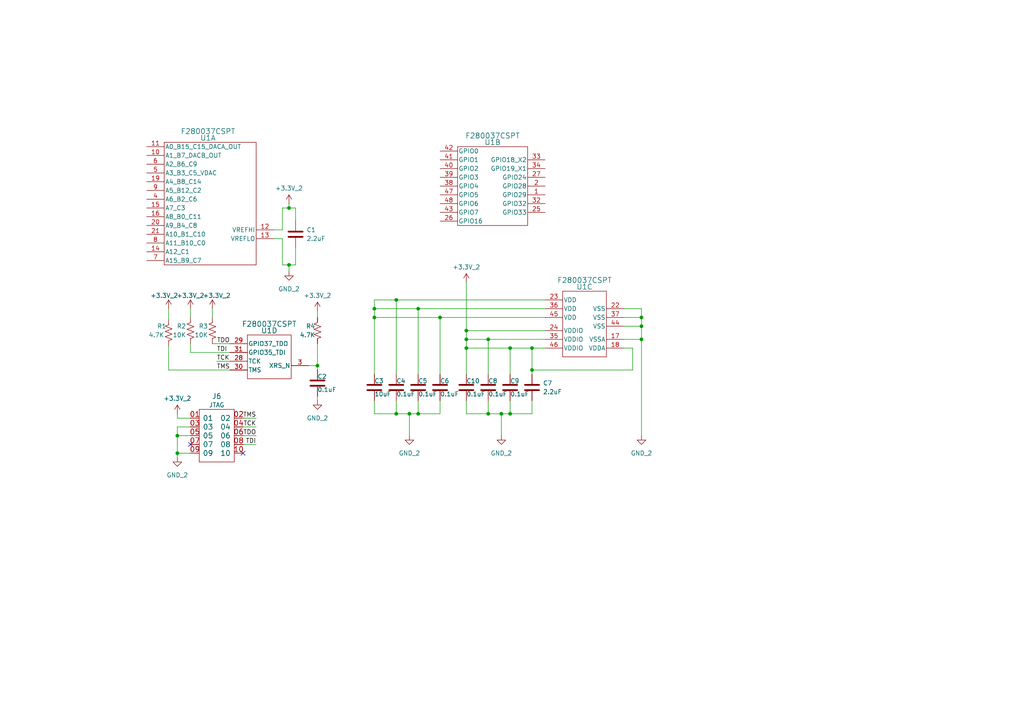
<source format=kicad_sch>
(kicad_sch (version 20230121) (generator eeschema)
  (paper "A4")
  (lib_symbols
    (symbol "Major_Project:+3.3V_2" (power) (pin_names (offset 0))
      (property "Value" "+3.3V_2" (at 0 3.556 0))
      (symbol "+3.3V_2_0_1"
        (polyline (pts (xy -0.762 1.27) (xy 0 2.54)))
        (polyline (pts (xy 0 0) (xy 0 2.54)))
        (polyline (pts (xy 0 2.54) (xy 0.762 1.27)))
      )
      (symbol "+3.3V_2_1_1"
        (pin power_in line (at 0 0 90) (length 0) hide (name "+3.3V_2") (number "1"))
      )
    )
    (symbol "Major_Project:0.1uF" (pin_numbers hide) (pin_names (offset 0.254))
      (property "Reference" "C" (at 0.635 2.54 0))
      (property "Value" "0.1uF" (at 0.635 -2.54 0))
      (symbol "0.1uF_0_1"
        (polyline (pts (xy -2.032 -0.762) (xy 2.032 -0.762)) (stroke (width 0.508)))
        (polyline (pts (xy -2.032 0.762) (xy 2.032 0.762)) (stroke (width 0.508)))
      )
      (symbol "0.1uF_1_1"
        (pin passive line (at 0 3.81 270) (length 2.794) (name "~") (number "1"))
        (pin passive line (at 0 -3.81 90) (length 2.794) (name "~") (number "2"))
      )
    )
    (symbol "Major_Project:10K" (pin_numbers hide) (pin_names (offset 0))
      (property "Reference" "R" (at 2.54 0 90))
      (property "Value" "10K" (at -2.54 0 90))
      (symbol "10K_0_1"
        (polyline (pts (xy 0 -2.286) (xy 0 -2.54)))
        (polyline (pts (xy 0 2.286) (xy 0 2.54)))
        (polyline (pts (xy 0 -0.762) (xy 1.016 -1.143) (xy 0 -1.524) (xy -1.016 -1.905) (xy 0 -2.286)))
        (polyline (pts (xy 0 0.762) (xy 1.016 0.381) (xy 0 0) (xy -1.016 -0.381) (xy 0 -0.762)))
        (polyline (pts (xy 0 2.286) (xy 1.016 1.905) (xy 0 1.524) (xy -1.016 1.143) (xy 0 0.762)))
      )
      (symbol "10K_1_1"
        (pin passive line (at 0 3.81 270) (length 1.27) (name "~") (number "1"))
        (pin passive line (at 0 -3.81 90) (length 1.27) (name "~") (number "2"))
      )
    )
    (symbol "Major_Project:10uF" (pin_numbers hide) (pin_names (offset 0.254))
      (property "Reference" "C" (at 0.635 2.54 0))
      (property "Value" "10uF" (at 0.635 -2.54 0))
      (symbol "10uF_0_1"
        (polyline (pts (xy -2.032 -0.762) (xy 2.032 -0.762)) (stroke (width 0.508)))
        (polyline (pts (xy -2.032 0.762) (xy 2.032 0.762)) (stroke (width 0.508)))
      )
      (symbol "10uF_1_1"
        (pin passive line (at 0 3.81 270) (length 2.794) (name "~") (number "1"))
        (pin passive line (at 0 -3.81 90) (length 2.794) (name "~") (number "2"))
      )
    )
    (symbol "Major_Project:2.2uF" (pin_numbers hide) (pin_names (offset 0.254))
      (property "Reference" "C" (at 0.635 2.54 0))
      (property "Value" "2.2uF" (at 0.635 -2.54 0))
      (symbol "2.2uF_0_1"
        (polyline (pts (xy -2.032 -0.762) (xy 2.032 -0.762)) (stroke (width 0.508)))
        (polyline (pts (xy -2.032 0.762) (xy 2.032 0.762)) (stroke (width 0.508)))
      )
      (symbol "2.2uF_1_1"
        (pin passive line (at 0 3.81 270) (length 2.794) (name "~") (number "1"))
        (pin passive line (at 0 -3.81 90) (length 2.794) (name "~") (number "2"))
      )
    )
    (symbol "Major_Project:4.7K" (pin_numbers hide) (pin_names (offset 0))
      (property "Reference" "R" (at 2.54 0 90))
      (property "Value" "4.7K" (at -2.54 0 90))
      (symbol "4.7K_0_1"
        (polyline (pts (xy 0 -2.286) (xy 0 -2.54)))
        (polyline (pts (xy 0 2.286) (xy 0 2.54)))
        (polyline (pts (xy 0 -0.762) (xy 1.016 -1.143) (xy 0 -1.524) (xy -1.016 -1.905) (xy 0 -2.286)))
        (polyline (pts (xy 0 0.762) (xy 1.016 0.381) (xy 0 0) (xy -1.016 -0.381) (xy 0 -0.762)))
        (polyline (pts (xy 0 2.286) (xy 1.016 1.905) (xy 0 1.524) (xy -1.016 1.143) (xy 0 0.762)))
      )
      (symbol "4.7K_1_1"
        (pin passive line (at 0 3.81 270) (length 1.27) (name "~") (number "1"))
        (pin passive line (at 0 -3.81 90) (length 1.27) (name "~") (number "2"))
      )
    )
    (symbol "Major_Project:F280037CSPT" (pin_names (offset 0.254))
      (property "Reference" "U" (at -11.43 30.48 0))
      (property "Value" "F280037CSPT" (at -1.27 30.48 0))
      (symbol "F280037CSPT_1_1"
        (rectangle (start -12.7 17.78) (end 13.97 -17.78))
        (pin bidirectional line (at -17.78 13.97 0) (length 5.08) (name "A1_B7_DACB_OUT") (number "10"))
        (pin bidirectional line (at -17.78 16.51 0) (length 5.08) (name "A0_B15_C15_DACA_OUT") (number "11"))
        (pin unspecified line (at 19.05 -7.62 180) (length 5.08) (name "VREFHI") (number "12"))
        (pin unspecified line (at 19.05 -10.16 180) (length 5.08) (name "VREFLO") (number "13"))
        (pin bidirectional line (at -17.78 -13.97 0) (length 5.08) (name "A12_C1") (number "14"))
        (pin bidirectional line (at -17.78 -1.27 0) (length 5.08) (name "A7_C3") (number "15"))
        (pin bidirectional line (at -17.78 -3.81 0) (length 5.08) (name "A8_B0_C11") (number "16"))
        (pin bidirectional line (at -17.78 6.35 0) (length 5.08) (name "A4_B8_C14") (number "19"))
        (pin bidirectional line (at -17.78 -6.35 0) (length 5.08) (name "A9_B4_C8") (number "20"))
        (pin bidirectional line (at -17.78 -8.89 0) (length 5.08) (name "A10_B1_C10") (number "21"))
        (pin bidirectional line (at -17.78 1.27 0) (length 5.08) (name "A6_B2_C6") (number "4"))
        (pin bidirectional line (at -17.78 8.89 0) (length 5.08) (name "A3_B3_C5_VDAC") (number "5"))
        (pin bidirectional line (at -17.78 11.43 0) (length 5.08) (name "A2_B6_C9") (number "6"))
        (pin bidirectional line (at -17.78 -16.51 0) (length 5.08) (name "A15_B9_C7") (number "7"))
        (pin bidirectional line (at -17.78 -11.43 0) (length 5.08) (name "A11_B10_C0") (number "8"))
        (pin bidirectional line (at -17.78 3.81 0) (length 5.08) (name "A5_B12_C2") (number "9"))
      )
      (symbol "F280037CSPT_2_1"
        (rectangle (start -10.16 11.43) (end 10.16 -11.43))
        (pin bidirectional line (at 15.24 -2.54 180) (length 5.08) (name "GPIO29") (number "1"))
        (pin bidirectional line (at 15.24 0 180) (length 5.08) (name "GPIO28") (number "2"))
        (pin bidirectional line (at 15.24 -7.62 180) (length 5.08) (name "GPIO33") (number "25"))
        (pin bidirectional line (at -15.24 -10.16 0) (length 5.08) (name "GPIO16") (number "26"))
        (pin bidirectional line (at 15.24 2.54 180) (length 5.08) (name "GPIO24") (number "27"))
        (pin bidirectional line (at 15.24 -5.08 180) (length 5.08) (name "GPIO32") (number "32"))
        (pin bidirectional line (at 15.24 7.62 180) (length 5.08) (name "GPIO18_X2") (number "33"))
        (pin bidirectional line (at 15.24 5.08 180) (length 5.08) (name "GPIO19_X1") (number "34"))
        (pin bidirectional line (at -15.24 0 0) (length 5.08) (name "GPIO4") (number "38"))
        (pin bidirectional line (at -15.24 2.54 0) (length 5.08) (name "GPIO3") (number "39"))
        (pin bidirectional line (at -15.24 5.08 0) (length 5.08) (name "GPIO2") (number "40"))
        (pin bidirectional line (at -15.24 7.62 0) (length 5.08) (name "GPIO1") (number "41"))
        (pin bidirectional line (at -15.24 10.16 0) (length 5.08) (name "GPIO0") (number "42"))
        (pin bidirectional line (at -15.24 -7.62 0) (length 5.08) (name "GPIO7") (number "43"))
        (pin bidirectional line (at -15.24 -2.54 0) (length 5.08) (name "GPIO5") (number "47"))
        (pin bidirectional line (at -15.24 -5.08 0) (length 5.08) (name "GPIO6") (number "48"))
      )
      (symbol "F280037CSPT_3_1"
        (rectangle (start -6.35 10.16) (end 6.35 -8.89))
        (pin power_in line (at 11.43 -3.81 180) (length 5.08) (name "VSSA") (number "17"))
        (pin power_in line (at 11.43 -6.35 180) (length 5.08) (name "VDDA") (number "18"))
        (pin power_in line (at 11.43 5.08 180) (length 5.08) (name "VSS") (number "22"))
        (pin power_in line (at -11.43 7.62 0) (length 5.08) (name "VDD") (number "23"))
        (pin power_in line (at -11.43 -1.27 0) (length 5.08) (name "VDDIO") (number "24"))
        (pin power_in line (at -11.43 -3.81 0) (length 5.08) (name "VDDIO") (number "35"))
        (pin power_in line (at -11.43 5.08 0) (length 5.08) (name "VDD") (number "36"))
        (pin power_in line (at 11.43 2.54 180) (length 5.08) (name "VSS") (number "37"))
        (pin power_in line (at 11.43 0 180) (length 5.08) (name "VSS") (number "44"))
        (pin power_in line (at -11.43 2.54 0) (length 5.08) (name "VDD") (number "45"))
        (pin power_in line (at -11.43 -6.35 0) (length 5.08) (name "VDDIO") (number "46"))
      )
      (symbol "F280037CSPT_4_1"
        (rectangle (start -6.35 6.35) (end 6.35 -6.35))
        (pin input line (at -11.43 -1.27 0) (length 5.08) (name "TCK") (number "28"))
        (pin bidirectional line (at -11.43 3.81 0) (length 5.08) (name "GPIO37_TDO") (number "29"))
        (pin input line (at 11.43 -2.54 180) (length 5.08) (name "XRS_N") (number "3"))
        (pin input line (at -11.43 -3.81 0) (length 5.08) (name "TMS") (number "30"))
        (pin bidirectional line (at -11.43 1.27 0) (length 5.08) (name "GPIO35_TDI") (number "31"))
      )
    )
    (symbol "Major_Project:GND_2" (power) (pin_names (offset 0))
      (property "Value" "GND_2" (at 0 -3.81 0))
      (symbol "GND_2_0_1"
        (polyline (pts (xy 0 0) (xy 0 -1.27) (xy 1.27 -1.27) (xy 0 -2.54) (xy -1.27 -1.27) (xy 0 -1.27)))
      )
      (symbol "GND_2_1_1"
        (pin power_in line (at 0 0 270) (length 0) hide (name "GND_2") (number "1"))
      )
    )
    (symbol "Power_Analyzer:FTSH-105-01-F-DV-K" (pin_names (offset 1.016))
      (property "Reference" "J" (at 0 8.89 0))
      (property "Value" "FTSH-105-01-F-DV-K" (at 0 -10.16 0))
      (symbol "FTSH-105-01-F-DV-K_0_0"
        (rectangle (start -5.08 -7.62) (end 5.08 7.62) (stroke (width 0.1524)))
        (pin passive line (at -7.62 5.08 0) (length 2.54) (name "01") (number "01"))
        (pin passive line (at 7.62 5.08 180) (length 2.54) (name "02") (number "02"))
        (pin passive line (at -7.62 2.54 0) (length 2.54) (name "03") (number "03"))
        (pin passive line (at 7.62 2.54 180) (length 2.54) (name "04") (number "04"))
        (pin passive line (at -7.62 0 0) (length 2.54) (name "05") (number "05"))
        (pin passive line (at 7.62 0 180) (length 2.54) (name "06") (number "06"))
        (pin passive line (at -7.62 -2.54 0) (length 2.54) (name "07") (number "07"))
        (pin passive line (at 7.62 -2.54 180) (length 2.54) (name "08") (number "08"))
        (pin passive line (at -7.62 -5.08 0) (length 2.54) (name "09") (number "09"))
        (pin passive line (at 7.62 -5.08 180) (length 2.54) (name "10") (number "10"))
      )
    )
  )
  (junction (at 154.305 100.965))
  (junction (at 92.075 106.045))
  (junction (at 51.435 131.445))
  (junction (at 145.415 120.015))
  (junction (at 118.745 120.015))
  (junction (at 135.255 95.885))
  (junction (at 141.605 98.425))
  (junction (at 108.585 89.535))
  (junction (at 141.605 120.015))
  (junction (at 108.585 92.075))
  (junction (at 114.935 120.015))
  (junction (at 135.255 98.425))
  (junction (at 121.285 120.015))
  (junction (at 127.635 92.075))
  (junction (at 114.935 86.995))
  (junction (at 154.305 107.315))
  (junction (at 186.055 98.425))
  (junction (at 186.055 94.615))
  (junction (at 135.255 100.965))
  (junction (at 147.955 100.965))
  (junction (at 121.285 89.535))
  (junction (at 147.955 120.015))
  (junction (at 83.82 76.835))
  (junction (at 186.055 92.075))
  (junction (at 83.82 60.325))
  (junction (at 51.435 126.365))
  (no_connect (at 70.485 131.445))
  (no_connect (at 55.245 128.905))
  (wire (pts (xy 127.635 108.585) (xy 127.635 92.075)))
  (wire (pts (xy 92.075 99.695) (xy 92.075 106.045)))
  (wire (pts (xy 51.435 123.825) (xy 51.435 126.365)))
  (wire (pts (xy 135.255 116.205) (xy 135.255 120.015)))
  (wire (pts (xy 135.255 95.885) (xy 135.255 98.425)))
  (wire (pts (xy 83.82 76.835) (xy 85.725 76.835)))
  (wire (pts (xy 135.255 100.965) (xy 135.255 108.585)))
  (wire (pts (xy 135.255 81.915) (xy 135.255 95.885)))
  (wire (pts (xy 135.255 100.965) (xy 147.955 100.965)))
  (wire (pts (xy 108.585 86.995) (xy 108.585 89.535)))
  (wire (pts (xy 121.285 89.535) (xy 158.115 89.535)))
  (wire (pts (xy 70.485 123.825) (xy 74.295 123.825)))
  (wire (pts (xy 183.515 107.315) (xy 183.515 100.965)))
  (wire (pts (xy 51.435 126.365) (xy 55.245 126.365)))
  (wire (pts (xy 147.955 116.205) (xy 147.955 120.015)))
  (wire (pts (xy 141.605 120.015) (xy 145.415 120.015)))
  (wire (pts (xy 186.055 92.075) (xy 186.055 94.615)))
  (wire (pts (xy 108.585 89.535) (xy 108.585 92.075)))
  (wire (pts (xy 147.955 100.965) (xy 154.305 100.965)))
  (wire (pts (xy 83.82 60.325) (xy 81.915 60.325)))
  (wire (pts (xy 141.605 116.205) (xy 141.605 120.015)))
  (wire (pts (xy 186.055 94.615) (xy 186.055 98.425)))
  (wire (pts (xy 114.935 86.995) (xy 114.935 108.585)))
  (wire (pts (xy 114.935 86.995) (xy 158.115 86.995)))
  (wire (pts (xy 145.415 120.015) (xy 147.955 120.015)))
  (wire (pts (xy 51.435 126.365) (xy 51.435 131.445)))
  (wire (pts (xy 70.485 121.285) (xy 74.295 121.285)))
  (wire (pts (xy 186.055 98.425) (xy 186.055 126.365)))
  (wire (pts (xy 85.725 71.755) (xy 85.725 76.835)))
  (wire (pts (xy 145.415 126.365) (xy 145.415 120.015)))
  (wire (pts (xy 81.915 66.675) (xy 79.375 66.675)))
  (wire (pts (xy 92.075 114.935) (xy 92.075 116.205)))
  (wire (pts (xy 154.305 100.965) (xy 158.115 100.965)))
  (wire (pts (xy 118.745 120.015) (xy 118.745 126.365)))
  (wire (pts (xy 81.915 60.325) (xy 81.915 66.675)))
  (wire (pts (xy 51.435 131.445) (xy 51.435 132.715)))
  (wire (pts (xy 183.515 100.965) (xy 180.975 100.965)))
  (wire (pts (xy 92.075 90.17) (xy 92.075 92.075)))
  (wire (pts (xy 92.075 106.045) (xy 89.535 106.045)))
  (wire (pts (xy 118.745 120.015) (xy 121.285 120.015)))
  (wire (pts (xy 154.305 100.965) (xy 154.305 107.315)))
  (wire (pts (xy 141.605 98.425) (xy 158.115 98.425)))
  (wire (pts (xy 147.955 100.965) (xy 147.955 108.585)))
  (wire (pts (xy 55.245 89.535) (xy 55.245 92.075)))
  (wire (pts (xy 186.055 89.535) (xy 186.055 92.075)))
  (wire (pts (xy 135.255 95.885) (xy 158.115 95.885)))
  (wire (pts (xy 114.935 116.205) (xy 114.935 120.015)))
  (wire (pts (xy 51.435 121.285) (xy 55.245 121.285)))
  (wire (pts (xy 81.915 69.215) (xy 81.915 76.835)))
  (wire (pts (xy 180.975 98.425) (xy 186.055 98.425)))
  (wire (pts (xy 108.585 89.535) (xy 121.285 89.535)))
  (wire (pts (xy 85.725 60.325) (xy 85.725 64.135)))
  (wire (pts (xy 180.975 94.615) (xy 186.055 94.615)))
  (wire (pts (xy 127.635 92.075) (xy 158.115 92.075)))
  (wire (pts (xy 55.245 99.695) (xy 55.245 102.235)))
  (wire (pts (xy 135.255 98.425) (xy 135.255 100.965)))
  (wire (pts (xy 83.82 60.325) (xy 85.725 60.325)))
  (wire (pts (xy 108.585 86.995) (xy 114.935 86.995)))
  (wire (pts (xy 83.82 78.74) (xy 83.82 76.835)))
  (wire (pts (xy 83.82 59.055) (xy 83.82 60.325)))
  (wire (pts (xy 147.955 120.015) (xy 154.305 120.015)))
  (wire (pts (xy 62.865 104.775) (xy 66.675 104.775)))
  (wire (pts (xy 154.305 116.205) (xy 154.305 120.015)))
  (wire (pts (xy 70.485 128.905) (xy 74.295 128.905)))
  (wire (pts (xy 48.895 89.535) (xy 48.895 92.71)))
  (wire (pts (xy 51.435 120.015) (xy 51.435 121.285)))
  (wire (pts (xy 141.605 98.425) (xy 141.605 108.585)))
  (wire (pts (xy 81.915 69.215) (xy 79.375 69.215)))
  (wire (pts (xy 48.895 100.33) (xy 48.895 107.315)))
  (wire (pts (xy 70.485 126.365) (xy 74.295 126.365)))
  (wire (pts (xy 108.585 92.075) (xy 127.635 92.075)))
  (wire (pts (xy 154.305 108.585) (xy 154.305 107.315)))
  (wire (pts (xy 114.935 120.015) (xy 118.745 120.015)))
  (wire (pts (xy 108.585 120.015) (xy 114.935 120.015)))
  (wire (pts (xy 121.285 120.015) (xy 127.635 120.015)))
  (wire (pts (xy 55.245 131.445) (xy 51.435 131.445)))
  (wire (pts (xy 108.585 92.075) (xy 108.585 108.585)))
  (wire (pts (xy 135.255 120.015) (xy 141.605 120.015)))
  (wire (pts (xy 127.635 120.015) (xy 127.635 116.205)))
  (wire (pts (xy 121.285 116.205) (xy 121.285 120.015)))
  (wire (pts (xy 55.245 102.235) (xy 66.675 102.235)))
  (wire (pts (xy 48.895 107.315) (xy 66.675 107.315)))
  (wire (pts (xy 108.585 120.015) (xy 108.585 116.205)))
  (wire (pts (xy 55.245 123.825) (xy 51.435 123.825)))
  (wire (pts (xy 61.595 99.695) (xy 66.675 99.695)))
  (wire (pts (xy 154.305 107.315) (xy 183.515 107.315)))
  (wire (pts (xy 83.82 76.835) (xy 81.915 76.835)))
  (wire (pts (xy 180.975 89.535) (xy 186.055 89.535)))
  (wire (pts (xy 121.285 108.585) (xy 121.285 89.535)))
  (wire (pts (xy 180.975 92.075) (xy 186.055 92.075)))
  (wire (pts (xy 61.595 89.535) (xy 61.595 92.075)))
  (wire (pts (xy 135.255 98.425) (xy 141.605 98.425)))
  (wire (pts (xy 92.075 107.315) (xy 92.075 106.045)))
  (label "TMS" (at 74.295 121.285 180))
  (label "TCK" (at 74.295 123.825 180))
  (label "TDO" (at 66.675 99.695 180))
  (label "TMS" (at 66.675 107.315 180))
  (label "TCK" (at 62.865 104.775 0))
  (label "TDO" (at 74.295 126.365 180))
  (label "TDI" (at 62.865 102.235 0))
  (label "TDI" (at 74.295 128.905 180))
  (symbol (lib_id "Major_Project:10uF") (at 108.585 112.395 0) (unit 1)
    (property "Reference" "C3" (at 108.585 110.49 0) (effects (justify left)))
    (property "Value" "10uF" (at 108.585 114.3 0) (effects (justify left)))
    (property "Footprint" "Capacitor_SMD:C_0603_1608Metric" (effects hide))
  )
  (symbol (lib_id "Major_Project:0.1uF") (at 141.605 112.395 0) (unit 1)
    (property "Reference" "C8" (at 141.605 110.49 0) (effects (justify left)))
    (property "Value" "0.1uF" (at 141.605 114.3 0) (effects (justify left)))
    (property "Footprint" "Capacitor_SMD:C_0603_1608Metric" (effects hide))
  )
  (symbol (lib_id "Major_Project:0.1uF") (at 135.255 112.395 0) (unit 1)
    (property "Reference" "C10" (at 135.255 110.49 0) (effects (justify left)))
    (property "Value" "0.1uF" (at 135.255 114.3 0) (effects (justify left)))
    (property "Footprint" "Capacitor_SMD:C_0603_1608Metric" (effects hide))
  )
  (symbol (lib_id "Major_Project:+3.3V_2") (at 83.82 59.055 0) (unit 1)
    (property "Reference" "#PWR06" (effects hide))
    (property "Value" "+3.3V_2" (at 83.82 54.61 0))
  )
  (symbol (lib_id "Major_Project:+3.3V_2") (at 48.895 89.535 0) (unit 1)
    (property "Reference" "#PWR014" (effects hide))
    (property "Value" "+3.3V_2" (at 47.625 85.725 0))
  )
  (symbol (lib_id "Major_Project:2.2uF") (at 154.305 112.395 0) (unit 1)
    (property "Reference" "C7" (at 157.48 111.125 0) (effects (justify left)))
    (property "Value" "2.2uF" (at 157.48 113.665 0) (effects (justify left)))
    (property "Footprint" "Capacitor_SMD:C_0603_1608Metric" (effects hide))
  )
  (symbol (lib_id "Power_Analyzer:FTSH-105-01-F-DV-K") (at 62.865 126.365 0) (unit 1)
    (property "Reference" "J6" (at 62.865 114.935 0) (effects (font (size 1.4986 1.4986))))
    (property "Value" "JTAG" (at 62.865 117.475 0))
    (property "Footprint" "Power_Analyzer:SAMTEC_FTSH-105-01-F-DV-K" (effects hide))
    (property "Datasheet" "https://suddendocs.samtec.com/catalog_english/ftsh_smt.pdf" (effects hide))
    (property "Description" "Shrouded Socket, 1.27mm Pitch, 5x02, Keyed" (effects hide))
    (property "Part Number" "FTSH-105-01-F-DV-K" (effects hide))
    (instances (project "Power Analyzer" (path "" (reference "J6") (unit 1))) (project "Major Project" (path "" (reference "J1") (unit 1))))
  )
  (symbol (lib_id "Major_Project:+3.3V_2") (at 92.075 90.17 0) (unit 1)
    (property "Reference" "#PWR05" (effects hide))
    (property "Value" "+3.3V_2" (at 92.075 85.725 0))
  )
  (symbol (lib_id "Major_Project:+3.3V_2") (at 55.245 89.535 0) (unit 1)
    (property "Reference" "#PWR01" (effects hide))
    (property "Value" "+3.3V_2" (at 55.245 85.725 0))
  )
  (symbol (lib_id "Major_Project:GND_2") (at 92.075 116.205 0) (unit 1)
    (property "Reference" "#PWR08" (effects hide))
    (property "Value" "GND_2" (at 92.075 121.285 0))
  )
  (symbol (lib_id "Major_Project:0.1uF") (at 92.075 111.125 0) (unit 1)
    (property "Reference" "C2" (at 92.075 109.22 0) (effects (justify left)))
    (property "Value" "0.1uF" (at 92.075 113.03 0) (effects (justify left)))
    (property "Footprint" "Capacitor_SMD:C_0603_1608Metric" (effects hide))
  )
  (symbol (lib_id "Major_Project:0.1uF") (at 127.635 112.395 0) (unit 1)
    (property "Reference" "C6" (at 127.635 110.49 0) (effects (justify left)))
    (property "Value" "0.1uF" (at 127.635 114.3 0) (effects (justify left)))
    (property "Footprint" "Capacitor_SMD:C_0603_1608Metric" (effects hide))
  )
  (symbol (lib_id "Major_Project:GND_2") (at 118.745 126.365 0) (unit 1)
    (property "Reference" "#PWR09" (effects hide))
    (property "Value" "GND_2" (at 118.745 131.445 0))
  )
  (symbol (lib_id "Major_Project:4.7K") (at 48.895 96.52 0) (mirror y) (unit 1)
    (property "Reference" "R1" (at 48.26 94.615 0) (effects (justify left)))
    (property "Value" "4.7K" (at 47.625 97.155 0) (effects (justify left)))
    (property "Footprint" "Resistor_SMD:R_1206_3216Metric" (effects hide))
  )
  (symbol (lib_id "Major_Project:F280037CSPT") (at 78.105 103.505 0) (unit 4)
    (property "Reference" "U1" (at 78.105 95.885 0) (effects (font (size 1.524 1.524))))
    (property "Value" "F280037CSPT" (at 78.105 93.98 0) (effects (font (size 1.524 1.524))))
    (property "Footprint" "Power_Analyzer:PT0048A-MFG" (effects hide))
    (property "Datasheet" "https://www.ti.com/general/docs/suppproductinfo.tsp?distId=26&gotoUrl=https://www.ti.com/lit/gpn/tms320f280037c" (effects hide))
    (property "Part Number" "F280037CSPT" (effects hide))
  )
  (symbol (lib_id "Major_Project:+3.3V_2") (at 51.435 120.015 0) (unit 1)
    (property "Reference" "#PWR03" (effects hide))
    (property "Value" "+3.3V_2" (at 51.435 115.57 0))
  )
  (symbol (lib_id "Major_Project:0.1uF") (at 114.935 112.395 0) (unit 1)
    (property "Reference" "C4" (at 114.935 110.49 0) (effects (justify left)))
    (property "Value" "0.1uF" (at 114.935 114.3 0) (effects (justify left)))
    (property "Footprint" "Capacitor_SMD:C_0603_1608Metric" (effects hide))
  )
  (symbol (lib_id "Major_Project:10K") (at 55.245 95.885 0) (mirror y) (unit 1)
    (property "Reference" "R2" (at 53.975 94.615 0) (effects (justify left)))
    (property "Value" "10K" (at 53.975 97.155 0) (effects (justify left)))
    (property "Footprint" "Resistor_SMD:R_1206_3216Metric" (effects hide))
  )
  (symbol (lib_id "Major_Project:0.1uF") (at 121.285 112.395 0) (unit 1)
    (property "Reference" "C5" (at 121.285 110.49 0) (effects (justify left)))
    (property "Value" "0.1uF" (at 121.285 114.3 0) (effects (justify left)))
    (property "Footprint" "Capacitor_SMD:C_0603_1608Metric" (effects hide))
  )
  (symbol (lib_id "Major_Project:F280037CSPT") (at 60.325 59.055 0) (unit 1)
    (property "Reference" "U1" (at 60.325 40.005 0) (effects (font (size 1.524 1.524))))
    (property "Value" "F280037CSPT" (at 60.325 38.1 0) (effects (font (size 1.524 1.524))))
    (property "Footprint" "Power_Analyzer:PT0048A-MFG" (effects hide))
    (property "Datasheet" "https://www.ti.com/general/docs/suppproductinfo.tsp?distId=26&gotoUrl=https://www.ti.com/lit/gpn/tms320f280037c" (effects hide))
    (property "Part Number" "F280037CSPT" (effects hide))
  )
  (symbol (lib_id "Major_Project:10K") (at 61.595 95.885 0) (mirror y) (unit 1)
    (property "Reference" "R3" (at 60.325 94.615 0) (effects (justify left)))
    (property "Value" "10K" (at 60.325 97.155 0) (effects (justify left)))
    (property "Footprint" "Resistor_SMD:R_1206_3216Metric" (effects hide))
  )
  (symbol (lib_id "Major_Project:F280037CSPT") (at 169.545 94.615 0) (unit 3)
    (property "Reference" "U1" (at 169.545 83.185 0) (effects (font (size 1.524 1.524))))
    (property "Value" "F280037CSPT" (at 169.545 81.28 0) (effects (font (size 1.524 1.524))))
    (property "Footprint" "Power_Analyzer:PT0048A-MFG" (effects hide))
    (property "Datasheet" "https://www.ti.com/general/docs/suppproductinfo.tsp?distId=26&gotoUrl=https://www.ti.com/lit/gpn/tms320f280037c" (effects hide))
    (property "Part Number" "F280037CSPT" (effects hide))
  )
  (symbol (lib_id "Major_Project:GND_2") (at 51.435 132.715 0) (unit 1)
    (property "Reference" "#PWR02" (effects hide))
    (property "Value" "GND_2" (at 51.435 137.795 0))
  )
  (symbol (lib_id "Major_Project:+3.3V_2") (at 135.255 81.915 0) (unit 1)
    (property "Reference" "#PWR013" (effects hide))
    (property "Value" "+3.3V_2" (at 135.255 77.47 0))
  )
  (symbol (lib_id "Major_Project:0.1uF") (at 147.955 112.395 0) (unit 1)
    (property "Reference" "C9" (at 147.955 110.49 0) (effects (justify left)))
    (property "Value" "0.1uF" (at 147.955 114.3 0) (effects (justify left)))
    (property "Footprint" "Capacitor_SMD:C_0603_1608Metric" (effects hide))
  )
  (symbol (lib_id "Major_Project:F280037CSPT") (at 142.875 53.975 0) (unit 2)
    (property "Reference" "U1" (at 142.875 41.275 0) (effects (font (size 1.524 1.524))))
    (property "Value" "F280037CSPT" (at 142.875 39.37 0) (effects (font (size 1.524 1.524))))
    (property "Footprint" "Power_Analyzer:PT0048A-MFG" (effects hide))
    (property "Datasheet" "https://www.ti.com/general/docs/suppproductinfo.tsp?distId=26&gotoUrl=https://www.ti.com/lit/gpn/tms320f280037c" (effects hide))
    (property "Part Number" "F280037CSPT" (effects hide))
  )
  (symbol (lib_id "Major_Project:2.2uF") (at 85.725 67.945 0) (unit 1)
    (property "Reference" "C1" (at 88.9 66.675 0) (effects (justify left)))
    (property "Value" "2.2uF" (at 88.9 69.215 0) (effects (justify left)))
    (property "Footprint" "Capacitor_SMD:C_0603_1608Metric" (effects hide))
  )
  (symbol (lib_id "Major_Project:GND_2") (at 186.055 126.365 0) (unit 1)
    (property "Reference" "#PWR012" (effects hide))
    (property "Value" "GND_2" (at 186.055 131.445 0))
  )
  (symbol (lib_id "Major_Project:4.7K") (at 92.075 95.885 0) (mirror y) (unit 1)
    (property "Reference" "R4" (at 91.44 94.615 0) (effects (justify left)))
    (property "Value" "4.7K" (at 91.44 97.155 0) (effects (justify left)))
    (property "Footprint" "Resistor_SMD:R_1206_3216Metric" (effects hide))
  )
  (symbol (lib_id "Major_Project:GND_2") (at 145.415 126.365 0) (unit 1)
    (property "Reference" "#PWR010" (effects hide))
    (property "Value" "GND_2" (at 145.415 131.445 0))
  )
  (symbol (lib_id "Major_Project:+3.3V_2") (at 61.595 89.535 0) (unit 1)
    (property "Reference" "#PWR04" (effects hide))
    (property "Value" "+3.3V_2" (at 62.865 85.725 0))
  )
  (symbol (lib_id "Major_Project:GND_2") (at 83.82 78.74 0) (unit 1)
    (property "Reference" "#PWR07" (effects hide))
    (property "Value" "GND_2" (at 83.82 83.82 0))
  )
)
</source>
